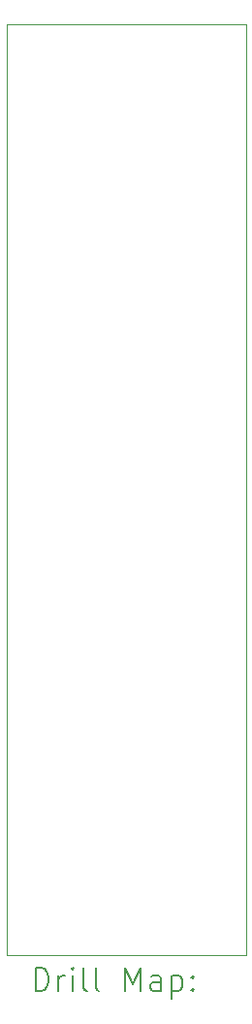
<source format=gbr>
%FSLAX45Y45*%
G04 Gerber Fmt 4.5, Leading zero omitted, Abs format (unit mm)*
G04 Created by KiCad (PCBNEW (6.0.2)) date 2022-02-19 19:12:01*
%MOMM*%
%LPD*%
G01*
G04 APERTURE LIST*
%TA.AperFunction,Profile*%
%ADD10C,0.050000*%
%TD*%
%ADD11C,0.200000*%
G04 APERTURE END LIST*
D10*
X13779500Y-4394200D02*
X15875000Y-4394200D01*
X15875000Y-4394200D02*
X15875000Y-12509500D01*
X15875000Y-12509500D02*
X13779500Y-12509500D01*
X13779500Y-12509500D02*
X13779500Y-4394200D01*
D11*
X14034619Y-12822476D02*
X14034619Y-12622476D01*
X14082238Y-12622476D01*
X14110809Y-12632000D01*
X14129857Y-12651048D01*
X14139381Y-12670095D01*
X14148905Y-12708190D01*
X14148905Y-12736762D01*
X14139381Y-12774857D01*
X14129857Y-12793905D01*
X14110809Y-12812952D01*
X14082238Y-12822476D01*
X14034619Y-12822476D01*
X14234619Y-12822476D02*
X14234619Y-12689143D01*
X14234619Y-12727238D02*
X14244143Y-12708190D01*
X14253667Y-12698667D01*
X14272714Y-12689143D01*
X14291762Y-12689143D01*
X14358428Y-12822476D02*
X14358428Y-12689143D01*
X14358428Y-12622476D02*
X14348905Y-12632000D01*
X14358428Y-12641524D01*
X14367952Y-12632000D01*
X14358428Y-12622476D01*
X14358428Y-12641524D01*
X14482238Y-12822476D02*
X14463190Y-12812952D01*
X14453667Y-12793905D01*
X14453667Y-12622476D01*
X14587000Y-12822476D02*
X14567952Y-12812952D01*
X14558428Y-12793905D01*
X14558428Y-12622476D01*
X14815571Y-12822476D02*
X14815571Y-12622476D01*
X14882238Y-12765333D01*
X14948905Y-12622476D01*
X14948905Y-12822476D01*
X15129857Y-12822476D02*
X15129857Y-12717714D01*
X15120333Y-12698667D01*
X15101286Y-12689143D01*
X15063190Y-12689143D01*
X15044143Y-12698667D01*
X15129857Y-12812952D02*
X15110809Y-12822476D01*
X15063190Y-12822476D01*
X15044143Y-12812952D01*
X15034619Y-12793905D01*
X15034619Y-12774857D01*
X15044143Y-12755809D01*
X15063190Y-12746286D01*
X15110809Y-12746286D01*
X15129857Y-12736762D01*
X15225095Y-12689143D02*
X15225095Y-12889143D01*
X15225095Y-12698667D02*
X15244143Y-12689143D01*
X15282238Y-12689143D01*
X15301286Y-12698667D01*
X15310809Y-12708190D01*
X15320333Y-12727238D01*
X15320333Y-12784381D01*
X15310809Y-12803428D01*
X15301286Y-12812952D01*
X15282238Y-12822476D01*
X15244143Y-12822476D01*
X15225095Y-12812952D01*
X15406048Y-12803428D02*
X15415571Y-12812952D01*
X15406048Y-12822476D01*
X15396524Y-12812952D01*
X15406048Y-12803428D01*
X15406048Y-12822476D01*
X15406048Y-12698667D02*
X15415571Y-12708190D01*
X15406048Y-12717714D01*
X15396524Y-12708190D01*
X15406048Y-12698667D01*
X15406048Y-12717714D01*
M02*

</source>
